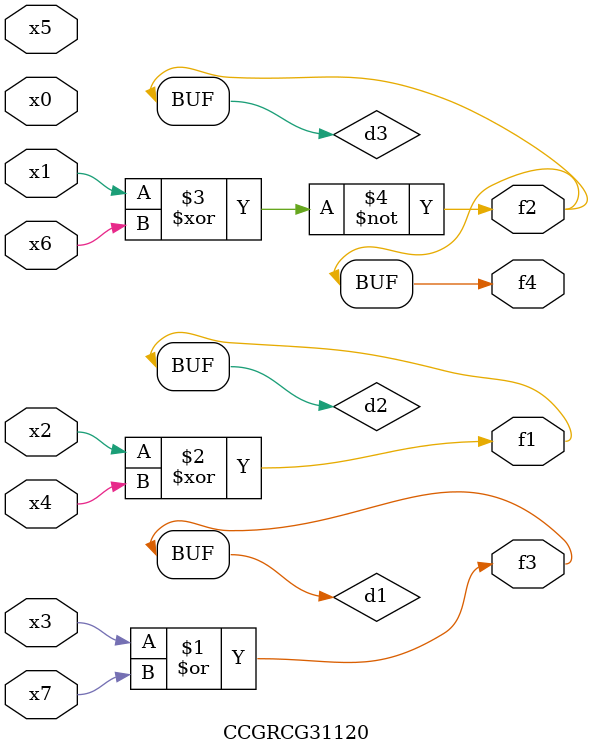
<source format=v>
module CCGRCG31120(
	input x0, x1, x2, x3, x4, x5, x6, x7,
	output f1, f2, f3, f4
);

	wire d1, d2, d3;

	or (d1, x3, x7);
	xor (d2, x2, x4);
	xnor (d3, x1, x6);
	assign f1 = d2;
	assign f2 = d3;
	assign f3 = d1;
	assign f4 = d3;
endmodule

</source>
